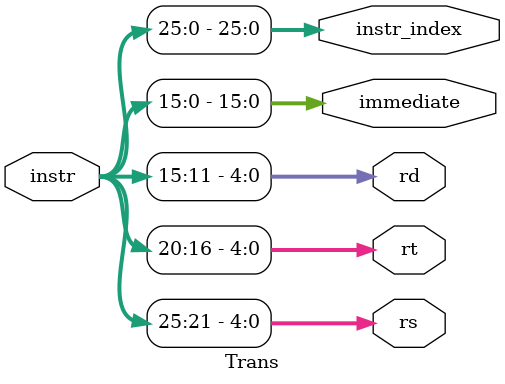
<source format=v>
`timescale 1ns / 1ps
module Trans(
    input [31:0] instr,
    output [4:0] rs,
    output [4:0] rt,
    output [4:0] rd,
    output [15:0] immediate,
    output [25:0] instr_index
    );

assign rs=instr[25:21];
assign rt=instr[20:16];
assign rd=instr[15:11];
assign immediate=instr[15:0];
assign instr_index=instr[25:0];

endmodule

</source>
